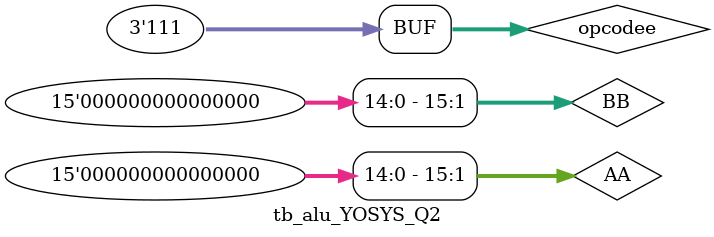
<source format=v>
`timescale 1ns / 1ns;
module tb_alu_YOSYS_Q2();
//Inputs
	reg signed[15:0] AA,BB;
 	reg[2:0] opcodee;
 	reg carryy;

//Outputs
 	wire signed[15:0] ww , wwYO , wwQ2 , wwQ2YO;
 	wire zerr , zerrYO , zerrQ2 , zerrQ2YO;
 	wire negg , neggYO , neggQ2 , neggQ2YO;
 // Verilog code for ALU
 	ALU my_alu(AA , BB , opcodee , carryy , ww , negg , zerr);
	ALU_YOSYS_FINALL my_alu_yo(AA , BB , opcodee , carryy , wwYO , neggYO , zerrYO);
	ALU_Q2 my_alu_q2(AA , BB , opcodee , carryy , wwQ2 , neggQ2 , zerrQ2);
	ALU_Q2_YOSYS my_alu_q2_yosys(AA , BB , opcodee , carryy , wwQ2YO , neggQ2YO , zerrQ2YO);
    	initial begin
 	repeat (3) begin
      	AA = $random;
      	BB = $random;
      	carryy = $random;

	opcodee = 3'b0;
      	#1000;
	opcodee = 3'd1;
	#1000;
	opcodee = 3'd2;
	#1000;
	opcodee = 3'd3;
	#1000;
	opcodee = 3'd4;
	#1000;
	opcodee = 3'd5;
	#1000;
	opcodee = 3'd6;
	#1000;
	opcodee = 3'd7;
	#1000;
	end
    	end
endmodule
</source>
